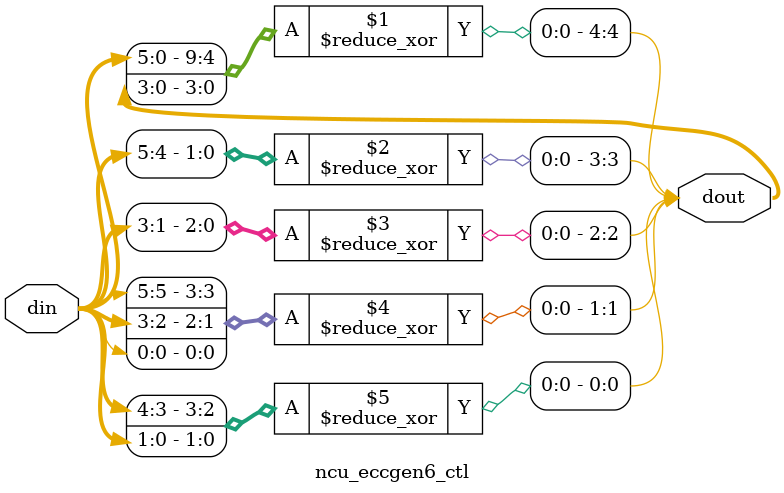
<source format=v>
module ncu_eccgen6_ctl (
  din, 
  dout) ;

input  [5:0]	din;
output [4:0]	dout;


assign  dout[4] = ^{din[5:0],dout[3:0]};
assign  dout[3] = ^{din[5:4]};
assign  dout[2] = ^{din[3:1]};
assign  dout[1] = ^{din[5],din[3:2],din[0]};
assign  dout[0] = ^{din[4:3],din[1:0]};

endmodule




</source>
